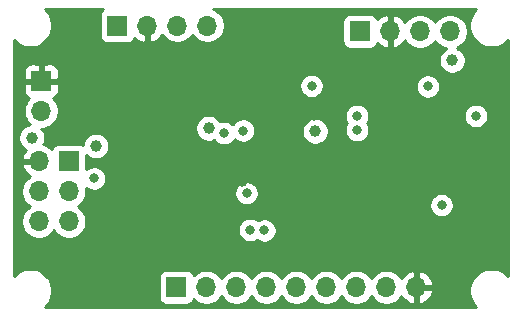
<source format=gbr>
G04 #@! TF.GenerationSoftware,KiCad,Pcbnew,(5.1.5)-3*
G04 #@! TF.CreationDate,2020-08-03T01:27:48-04:00*
G04 #@! TF.ProjectId,Arduino Clone,41726475-696e-46f2-9043-6c6f6e652e6b,rev?*
G04 #@! TF.SameCoordinates,Original*
G04 #@! TF.FileFunction,Copper,L3,Inr*
G04 #@! TF.FilePolarity,Positive*
%FSLAX46Y46*%
G04 Gerber Fmt 4.6, Leading zero omitted, Abs format (unit mm)*
G04 Created by KiCad (PCBNEW (5.1.5)-3) date 2020-08-03 01:27:48*
%MOMM*%
%LPD*%
G04 APERTURE LIST*
%ADD10O,1.700000X1.700000*%
%ADD11R,1.700000X1.700000*%
%ADD12C,1.000000*%
%ADD13C,0.800000*%
%ADD14C,0.254000*%
G04 APERTURE END LIST*
D10*
X174170000Y-104600000D03*
X171630000Y-104600000D03*
X169090000Y-104600000D03*
D11*
X166550000Y-104600000D03*
X139550000Y-108800000D03*
D10*
X139550000Y-111340000D03*
D11*
X141900000Y-115600000D03*
D10*
X139360000Y-115600000D03*
X141900000Y-118140000D03*
X139360000Y-118140000D03*
X141900000Y-120680000D03*
X139360000Y-120680000D03*
D11*
X146000000Y-104100000D03*
D10*
X148540000Y-104100000D03*
X151080000Y-104100000D03*
X153620000Y-104100000D03*
D11*
X151000000Y-126250000D03*
D10*
X153540000Y-126250000D03*
X156080000Y-126250000D03*
X158620000Y-126250000D03*
X161160000Y-126250000D03*
X163700000Y-126250000D03*
X166240000Y-126250000D03*
X168780000Y-126250000D03*
X171320000Y-126250000D03*
D12*
X169500000Y-119250000D03*
X173300000Y-116800000D03*
X176600000Y-109250000D03*
X172650000Y-111750000D03*
X166600000Y-109250000D03*
X162650000Y-111700000D03*
X162750000Y-113050000D03*
X156900000Y-115900000D03*
X151350000Y-115050000D03*
X157800000Y-109050000D03*
X156600000Y-117250000D03*
X151350000Y-116600000D03*
D13*
X156950000Y-118300000D03*
X166300000Y-112950000D03*
X166300000Y-111750000D03*
X176350000Y-111750000D03*
X155050000Y-113200000D03*
X156650000Y-113000000D03*
X162450000Y-109200000D03*
X172300000Y-109250000D03*
D12*
X144200000Y-114300000D03*
X138750000Y-113600000D03*
D13*
X158450000Y-121450000D03*
X157250000Y-121400000D03*
X144050000Y-117050000D03*
D12*
X174350000Y-107050000D03*
D13*
X173450000Y-119300000D03*
D12*
X153750000Y-112800000D03*
D14*
G36*
X144795506Y-102719463D02*
G01*
X144698815Y-102798815D01*
X144619463Y-102895506D01*
X144560498Y-103005820D01*
X144524188Y-103125518D01*
X144511928Y-103250000D01*
X144511928Y-104950000D01*
X144524188Y-105074482D01*
X144560498Y-105194180D01*
X144619463Y-105304494D01*
X144698815Y-105401185D01*
X144795506Y-105480537D01*
X144905820Y-105539502D01*
X145025518Y-105575812D01*
X145150000Y-105588072D01*
X146850000Y-105588072D01*
X146974482Y-105575812D01*
X147094180Y-105539502D01*
X147204494Y-105480537D01*
X147301185Y-105401185D01*
X147380537Y-105304494D01*
X147439502Y-105194180D01*
X147463966Y-105113534D01*
X147539731Y-105197588D01*
X147773080Y-105371641D01*
X148035901Y-105496825D01*
X148183110Y-105541476D01*
X148413000Y-105420155D01*
X148413000Y-104227000D01*
X148393000Y-104227000D01*
X148393000Y-103973000D01*
X148413000Y-103973000D01*
X148413000Y-103953000D01*
X148667000Y-103953000D01*
X148667000Y-103973000D01*
X148687000Y-103973000D01*
X148687000Y-104227000D01*
X148667000Y-104227000D01*
X148667000Y-105420155D01*
X148896890Y-105541476D01*
X149044099Y-105496825D01*
X149306920Y-105371641D01*
X149540269Y-105197588D01*
X149735178Y-104981355D01*
X149804805Y-104864466D01*
X149926525Y-105046632D01*
X150133368Y-105253475D01*
X150376589Y-105415990D01*
X150646842Y-105527932D01*
X150933740Y-105585000D01*
X151226260Y-105585000D01*
X151513158Y-105527932D01*
X151783411Y-105415990D01*
X152026632Y-105253475D01*
X152233475Y-105046632D01*
X152350000Y-104872240D01*
X152466525Y-105046632D01*
X152673368Y-105253475D01*
X152916589Y-105415990D01*
X153186842Y-105527932D01*
X153473740Y-105585000D01*
X153766260Y-105585000D01*
X154053158Y-105527932D01*
X154323411Y-105415990D01*
X154566632Y-105253475D01*
X154773475Y-105046632D01*
X154935990Y-104803411D01*
X155047932Y-104533158D01*
X155105000Y-104246260D01*
X155105000Y-103953740D01*
X155064474Y-103750000D01*
X165061928Y-103750000D01*
X165061928Y-105450000D01*
X165074188Y-105574482D01*
X165110498Y-105694180D01*
X165169463Y-105804494D01*
X165248815Y-105901185D01*
X165345506Y-105980537D01*
X165455820Y-106039502D01*
X165575518Y-106075812D01*
X165700000Y-106088072D01*
X167400000Y-106088072D01*
X167524482Y-106075812D01*
X167644180Y-106039502D01*
X167754494Y-105980537D01*
X167851185Y-105901185D01*
X167930537Y-105804494D01*
X167989502Y-105694180D01*
X168013966Y-105613534D01*
X168089731Y-105697588D01*
X168323080Y-105871641D01*
X168585901Y-105996825D01*
X168733110Y-106041476D01*
X168963000Y-105920155D01*
X168963000Y-104727000D01*
X168943000Y-104727000D01*
X168943000Y-104473000D01*
X168963000Y-104473000D01*
X168963000Y-103279845D01*
X169217000Y-103279845D01*
X169217000Y-104473000D01*
X169237000Y-104473000D01*
X169237000Y-104727000D01*
X169217000Y-104727000D01*
X169217000Y-105920155D01*
X169446890Y-106041476D01*
X169594099Y-105996825D01*
X169856920Y-105871641D01*
X170090269Y-105697588D01*
X170285178Y-105481355D01*
X170354805Y-105364466D01*
X170476525Y-105546632D01*
X170683368Y-105753475D01*
X170926589Y-105915990D01*
X171196842Y-106027932D01*
X171483740Y-106085000D01*
X171776260Y-106085000D01*
X172063158Y-106027932D01*
X172333411Y-105915990D01*
X172576632Y-105753475D01*
X172783475Y-105546632D01*
X172900000Y-105372240D01*
X173016525Y-105546632D01*
X173223368Y-105753475D01*
X173466589Y-105915990D01*
X173736842Y-106027932D01*
X173814365Y-106043352D01*
X173812376Y-106044176D01*
X173626480Y-106168388D01*
X173468388Y-106326480D01*
X173344176Y-106512376D01*
X173258617Y-106718933D01*
X173215000Y-106938212D01*
X173215000Y-107161788D01*
X173258617Y-107381067D01*
X173344176Y-107587624D01*
X173468388Y-107773520D01*
X173626480Y-107931612D01*
X173812376Y-108055824D01*
X174018933Y-108141383D01*
X174238212Y-108185000D01*
X174461788Y-108185000D01*
X174681067Y-108141383D01*
X174887624Y-108055824D01*
X175073520Y-107931612D01*
X175231612Y-107773520D01*
X175355824Y-107587624D01*
X175441383Y-107381067D01*
X175485000Y-107161788D01*
X175485000Y-106938212D01*
X175441383Y-106718933D01*
X175355824Y-106512376D01*
X175231612Y-106326480D01*
X175073520Y-106168388D01*
X174887624Y-106044176D01*
X174725783Y-105977139D01*
X174873411Y-105915990D01*
X175116632Y-105753475D01*
X175323475Y-105546632D01*
X175485990Y-105303411D01*
X175597932Y-105033158D01*
X175655000Y-104746260D01*
X175655000Y-104453740D01*
X175597932Y-104166842D01*
X175485990Y-103896589D01*
X175323475Y-103653368D01*
X175116632Y-103446525D01*
X174873411Y-103284010D01*
X174603158Y-103172068D01*
X174316260Y-103115000D01*
X174023740Y-103115000D01*
X173736842Y-103172068D01*
X173466589Y-103284010D01*
X173223368Y-103446525D01*
X173016525Y-103653368D01*
X172900000Y-103827760D01*
X172783475Y-103653368D01*
X172576632Y-103446525D01*
X172333411Y-103284010D01*
X172063158Y-103172068D01*
X171776260Y-103115000D01*
X171483740Y-103115000D01*
X171196842Y-103172068D01*
X170926589Y-103284010D01*
X170683368Y-103446525D01*
X170476525Y-103653368D01*
X170354805Y-103835534D01*
X170285178Y-103718645D01*
X170090269Y-103502412D01*
X169856920Y-103328359D01*
X169594099Y-103203175D01*
X169446890Y-103158524D01*
X169217000Y-103279845D01*
X168963000Y-103279845D01*
X168733110Y-103158524D01*
X168585901Y-103203175D01*
X168323080Y-103328359D01*
X168089731Y-103502412D01*
X168013966Y-103586466D01*
X167989502Y-103505820D01*
X167930537Y-103395506D01*
X167851185Y-103298815D01*
X167754494Y-103219463D01*
X167644180Y-103160498D01*
X167524482Y-103124188D01*
X167400000Y-103111928D01*
X165700000Y-103111928D01*
X165575518Y-103124188D01*
X165455820Y-103160498D01*
X165345506Y-103219463D01*
X165248815Y-103298815D01*
X165169463Y-103395506D01*
X165110498Y-103505820D01*
X165074188Y-103625518D01*
X165061928Y-103750000D01*
X155064474Y-103750000D01*
X155047932Y-103666842D01*
X154935990Y-103396589D01*
X154773475Y-103153368D01*
X154566632Y-102946525D01*
X154323411Y-102784010D01*
X154131456Y-102704500D01*
X176389933Y-102704500D01*
X176214716Y-102879717D01*
X176009256Y-103187210D01*
X175867732Y-103528878D01*
X175795584Y-103891591D01*
X175795584Y-104261409D01*
X175867732Y-104624122D01*
X176009256Y-104965790D01*
X176214716Y-105273283D01*
X176476217Y-105534784D01*
X176783710Y-105740244D01*
X177125378Y-105881768D01*
X177488091Y-105953916D01*
X177857909Y-105953916D01*
X178220622Y-105881768D01*
X178562290Y-105740244D01*
X178869783Y-105534784D01*
X179045001Y-105359566D01*
X179045000Y-125272433D01*
X178869783Y-125097216D01*
X178562290Y-124891756D01*
X178220622Y-124750232D01*
X177857909Y-124678084D01*
X177488091Y-124678084D01*
X177125378Y-124750232D01*
X176783710Y-124891756D01*
X176476217Y-125097216D01*
X176214716Y-125358717D01*
X176009256Y-125666210D01*
X175867732Y-126007878D01*
X175795584Y-126370591D01*
X175795584Y-126740409D01*
X175867732Y-127103122D01*
X176009256Y-127444790D01*
X176214716Y-127752283D01*
X176389933Y-127927500D01*
X139903567Y-127927500D01*
X140078784Y-127752283D01*
X140284244Y-127444790D01*
X140425768Y-127103122D01*
X140497916Y-126740409D01*
X140497916Y-126370591D01*
X140425768Y-126007878D01*
X140284244Y-125666210D01*
X140106369Y-125400000D01*
X149511928Y-125400000D01*
X149511928Y-127100000D01*
X149524188Y-127224482D01*
X149560498Y-127344180D01*
X149619463Y-127454494D01*
X149698815Y-127551185D01*
X149795506Y-127630537D01*
X149905820Y-127689502D01*
X150025518Y-127725812D01*
X150150000Y-127738072D01*
X151850000Y-127738072D01*
X151974482Y-127725812D01*
X152094180Y-127689502D01*
X152204494Y-127630537D01*
X152301185Y-127551185D01*
X152380537Y-127454494D01*
X152439502Y-127344180D01*
X152461513Y-127271620D01*
X152593368Y-127403475D01*
X152836589Y-127565990D01*
X153106842Y-127677932D01*
X153393740Y-127735000D01*
X153686260Y-127735000D01*
X153973158Y-127677932D01*
X154243411Y-127565990D01*
X154486632Y-127403475D01*
X154693475Y-127196632D01*
X154810000Y-127022240D01*
X154926525Y-127196632D01*
X155133368Y-127403475D01*
X155376589Y-127565990D01*
X155646842Y-127677932D01*
X155933740Y-127735000D01*
X156226260Y-127735000D01*
X156513158Y-127677932D01*
X156783411Y-127565990D01*
X157026632Y-127403475D01*
X157233475Y-127196632D01*
X157350000Y-127022240D01*
X157466525Y-127196632D01*
X157673368Y-127403475D01*
X157916589Y-127565990D01*
X158186842Y-127677932D01*
X158473740Y-127735000D01*
X158766260Y-127735000D01*
X159053158Y-127677932D01*
X159323411Y-127565990D01*
X159566632Y-127403475D01*
X159773475Y-127196632D01*
X159890000Y-127022240D01*
X160006525Y-127196632D01*
X160213368Y-127403475D01*
X160456589Y-127565990D01*
X160726842Y-127677932D01*
X161013740Y-127735000D01*
X161306260Y-127735000D01*
X161593158Y-127677932D01*
X161863411Y-127565990D01*
X162106632Y-127403475D01*
X162313475Y-127196632D01*
X162430000Y-127022240D01*
X162546525Y-127196632D01*
X162753368Y-127403475D01*
X162996589Y-127565990D01*
X163266842Y-127677932D01*
X163553740Y-127735000D01*
X163846260Y-127735000D01*
X164133158Y-127677932D01*
X164403411Y-127565990D01*
X164646632Y-127403475D01*
X164853475Y-127196632D01*
X164970000Y-127022240D01*
X165086525Y-127196632D01*
X165293368Y-127403475D01*
X165536589Y-127565990D01*
X165806842Y-127677932D01*
X166093740Y-127735000D01*
X166386260Y-127735000D01*
X166673158Y-127677932D01*
X166943411Y-127565990D01*
X167186632Y-127403475D01*
X167393475Y-127196632D01*
X167510000Y-127022240D01*
X167626525Y-127196632D01*
X167833368Y-127403475D01*
X168076589Y-127565990D01*
X168346842Y-127677932D01*
X168633740Y-127735000D01*
X168926260Y-127735000D01*
X169213158Y-127677932D01*
X169483411Y-127565990D01*
X169726632Y-127403475D01*
X169933475Y-127196632D01*
X170055195Y-127014466D01*
X170124822Y-127131355D01*
X170319731Y-127347588D01*
X170553080Y-127521641D01*
X170815901Y-127646825D01*
X170963110Y-127691476D01*
X171193000Y-127570155D01*
X171193000Y-126377000D01*
X171447000Y-126377000D01*
X171447000Y-127570155D01*
X171676890Y-127691476D01*
X171824099Y-127646825D01*
X172086920Y-127521641D01*
X172320269Y-127347588D01*
X172515178Y-127131355D01*
X172664157Y-126881252D01*
X172761481Y-126606891D01*
X172640814Y-126377000D01*
X171447000Y-126377000D01*
X171193000Y-126377000D01*
X171173000Y-126377000D01*
X171173000Y-126123000D01*
X171193000Y-126123000D01*
X171193000Y-124929845D01*
X171447000Y-124929845D01*
X171447000Y-126123000D01*
X172640814Y-126123000D01*
X172761481Y-125893109D01*
X172664157Y-125618748D01*
X172515178Y-125368645D01*
X172320269Y-125152412D01*
X172086920Y-124978359D01*
X171824099Y-124853175D01*
X171676890Y-124808524D01*
X171447000Y-124929845D01*
X171193000Y-124929845D01*
X170963110Y-124808524D01*
X170815901Y-124853175D01*
X170553080Y-124978359D01*
X170319731Y-125152412D01*
X170124822Y-125368645D01*
X170055195Y-125485534D01*
X169933475Y-125303368D01*
X169726632Y-125096525D01*
X169483411Y-124934010D01*
X169213158Y-124822068D01*
X168926260Y-124765000D01*
X168633740Y-124765000D01*
X168346842Y-124822068D01*
X168076589Y-124934010D01*
X167833368Y-125096525D01*
X167626525Y-125303368D01*
X167510000Y-125477760D01*
X167393475Y-125303368D01*
X167186632Y-125096525D01*
X166943411Y-124934010D01*
X166673158Y-124822068D01*
X166386260Y-124765000D01*
X166093740Y-124765000D01*
X165806842Y-124822068D01*
X165536589Y-124934010D01*
X165293368Y-125096525D01*
X165086525Y-125303368D01*
X164970000Y-125477760D01*
X164853475Y-125303368D01*
X164646632Y-125096525D01*
X164403411Y-124934010D01*
X164133158Y-124822068D01*
X163846260Y-124765000D01*
X163553740Y-124765000D01*
X163266842Y-124822068D01*
X162996589Y-124934010D01*
X162753368Y-125096525D01*
X162546525Y-125303368D01*
X162430000Y-125477760D01*
X162313475Y-125303368D01*
X162106632Y-125096525D01*
X161863411Y-124934010D01*
X161593158Y-124822068D01*
X161306260Y-124765000D01*
X161013740Y-124765000D01*
X160726842Y-124822068D01*
X160456589Y-124934010D01*
X160213368Y-125096525D01*
X160006525Y-125303368D01*
X159890000Y-125477760D01*
X159773475Y-125303368D01*
X159566632Y-125096525D01*
X159323411Y-124934010D01*
X159053158Y-124822068D01*
X158766260Y-124765000D01*
X158473740Y-124765000D01*
X158186842Y-124822068D01*
X157916589Y-124934010D01*
X157673368Y-125096525D01*
X157466525Y-125303368D01*
X157350000Y-125477760D01*
X157233475Y-125303368D01*
X157026632Y-125096525D01*
X156783411Y-124934010D01*
X156513158Y-124822068D01*
X156226260Y-124765000D01*
X155933740Y-124765000D01*
X155646842Y-124822068D01*
X155376589Y-124934010D01*
X155133368Y-125096525D01*
X154926525Y-125303368D01*
X154810000Y-125477760D01*
X154693475Y-125303368D01*
X154486632Y-125096525D01*
X154243411Y-124934010D01*
X153973158Y-124822068D01*
X153686260Y-124765000D01*
X153393740Y-124765000D01*
X153106842Y-124822068D01*
X152836589Y-124934010D01*
X152593368Y-125096525D01*
X152461513Y-125228380D01*
X152439502Y-125155820D01*
X152380537Y-125045506D01*
X152301185Y-124948815D01*
X152204494Y-124869463D01*
X152094180Y-124810498D01*
X151974482Y-124774188D01*
X151850000Y-124761928D01*
X150150000Y-124761928D01*
X150025518Y-124774188D01*
X149905820Y-124810498D01*
X149795506Y-124869463D01*
X149698815Y-124948815D01*
X149619463Y-125045506D01*
X149560498Y-125155820D01*
X149524188Y-125275518D01*
X149511928Y-125400000D01*
X140106369Y-125400000D01*
X140078784Y-125358717D01*
X139817283Y-125097216D01*
X139509790Y-124891756D01*
X139168122Y-124750232D01*
X138805409Y-124678084D01*
X138435591Y-124678084D01*
X138072878Y-124750232D01*
X137731210Y-124891756D01*
X137423717Y-125097216D01*
X137248500Y-125272433D01*
X137248500Y-113488212D01*
X137615000Y-113488212D01*
X137615000Y-113711788D01*
X137658617Y-113931067D01*
X137744176Y-114137624D01*
X137868388Y-114323520D01*
X138026480Y-114481612D01*
X138212376Y-114605824D01*
X138247130Y-114620220D01*
X138088359Y-114833080D01*
X137963175Y-115095901D01*
X137918524Y-115243110D01*
X138039845Y-115473000D01*
X139233000Y-115473000D01*
X139233000Y-115453000D01*
X139487000Y-115453000D01*
X139487000Y-115473000D01*
X139507000Y-115473000D01*
X139507000Y-115727000D01*
X139487000Y-115727000D01*
X139487000Y-115747000D01*
X139233000Y-115747000D01*
X139233000Y-115727000D01*
X138039845Y-115727000D01*
X137918524Y-115956890D01*
X137963175Y-116104099D01*
X138088359Y-116366920D01*
X138262412Y-116600269D01*
X138478645Y-116795178D01*
X138595534Y-116864805D01*
X138413368Y-116986525D01*
X138206525Y-117193368D01*
X138044010Y-117436589D01*
X137932068Y-117706842D01*
X137875000Y-117993740D01*
X137875000Y-118286260D01*
X137932068Y-118573158D01*
X138044010Y-118843411D01*
X138206525Y-119086632D01*
X138413368Y-119293475D01*
X138587760Y-119410000D01*
X138413368Y-119526525D01*
X138206525Y-119733368D01*
X138044010Y-119976589D01*
X137932068Y-120246842D01*
X137875000Y-120533740D01*
X137875000Y-120826260D01*
X137932068Y-121113158D01*
X138044010Y-121383411D01*
X138206525Y-121626632D01*
X138413368Y-121833475D01*
X138656589Y-121995990D01*
X138926842Y-122107932D01*
X139213740Y-122165000D01*
X139506260Y-122165000D01*
X139793158Y-122107932D01*
X140063411Y-121995990D01*
X140306632Y-121833475D01*
X140513475Y-121626632D01*
X140630000Y-121452240D01*
X140746525Y-121626632D01*
X140953368Y-121833475D01*
X141196589Y-121995990D01*
X141466842Y-122107932D01*
X141753740Y-122165000D01*
X142046260Y-122165000D01*
X142333158Y-122107932D01*
X142603411Y-121995990D01*
X142846632Y-121833475D01*
X143053475Y-121626632D01*
X143215990Y-121383411D01*
X143251342Y-121298061D01*
X156215000Y-121298061D01*
X156215000Y-121501939D01*
X156254774Y-121701898D01*
X156332795Y-121890256D01*
X156446063Y-122059774D01*
X156590226Y-122203937D01*
X156759744Y-122317205D01*
X156948102Y-122395226D01*
X157148061Y-122435000D01*
X157351939Y-122435000D01*
X157551898Y-122395226D01*
X157740256Y-122317205D01*
X157812585Y-122268877D01*
X157959744Y-122367205D01*
X158148102Y-122445226D01*
X158348061Y-122485000D01*
X158551939Y-122485000D01*
X158751898Y-122445226D01*
X158940256Y-122367205D01*
X159109774Y-122253937D01*
X159253937Y-122109774D01*
X159367205Y-121940256D01*
X159445226Y-121751898D01*
X159485000Y-121551939D01*
X159485000Y-121348061D01*
X159445226Y-121148102D01*
X159367205Y-120959744D01*
X159253937Y-120790226D01*
X159109774Y-120646063D01*
X158940256Y-120532795D01*
X158751898Y-120454774D01*
X158551939Y-120415000D01*
X158348061Y-120415000D01*
X158148102Y-120454774D01*
X157959744Y-120532795D01*
X157887415Y-120581123D01*
X157740256Y-120482795D01*
X157551898Y-120404774D01*
X157351939Y-120365000D01*
X157148061Y-120365000D01*
X156948102Y-120404774D01*
X156759744Y-120482795D01*
X156590226Y-120596063D01*
X156446063Y-120740226D01*
X156332795Y-120909744D01*
X156254774Y-121098102D01*
X156215000Y-121298061D01*
X143251342Y-121298061D01*
X143327932Y-121113158D01*
X143385000Y-120826260D01*
X143385000Y-120533740D01*
X143327932Y-120246842D01*
X143215990Y-119976589D01*
X143053475Y-119733368D01*
X142846632Y-119526525D01*
X142672240Y-119410000D01*
X142846632Y-119293475D01*
X143053475Y-119086632D01*
X143215990Y-118843411D01*
X143327932Y-118573158D01*
X143385000Y-118286260D01*
X143385000Y-118198061D01*
X155915000Y-118198061D01*
X155915000Y-118401939D01*
X155954774Y-118601898D01*
X156032795Y-118790256D01*
X156146063Y-118959774D01*
X156290226Y-119103937D01*
X156459744Y-119217205D01*
X156648102Y-119295226D01*
X156848061Y-119335000D01*
X157051939Y-119335000D01*
X157251898Y-119295226D01*
X157440256Y-119217205D01*
X157468907Y-119198061D01*
X172415000Y-119198061D01*
X172415000Y-119401939D01*
X172454774Y-119601898D01*
X172532795Y-119790256D01*
X172646063Y-119959774D01*
X172790226Y-120103937D01*
X172959744Y-120217205D01*
X173148102Y-120295226D01*
X173348061Y-120335000D01*
X173551939Y-120335000D01*
X173751898Y-120295226D01*
X173940256Y-120217205D01*
X174109774Y-120103937D01*
X174253937Y-119959774D01*
X174367205Y-119790256D01*
X174445226Y-119601898D01*
X174485000Y-119401939D01*
X174485000Y-119198061D01*
X174445226Y-118998102D01*
X174367205Y-118809744D01*
X174253937Y-118640226D01*
X174109774Y-118496063D01*
X173940256Y-118382795D01*
X173751898Y-118304774D01*
X173551939Y-118265000D01*
X173348061Y-118265000D01*
X173148102Y-118304774D01*
X172959744Y-118382795D01*
X172790226Y-118496063D01*
X172646063Y-118640226D01*
X172532795Y-118809744D01*
X172454774Y-118998102D01*
X172415000Y-119198061D01*
X157468907Y-119198061D01*
X157609774Y-119103937D01*
X157753937Y-118959774D01*
X157867205Y-118790256D01*
X157945226Y-118601898D01*
X157985000Y-118401939D01*
X157985000Y-118198061D01*
X157945226Y-117998102D01*
X157867205Y-117809744D01*
X157753937Y-117640226D01*
X157609774Y-117496063D01*
X157440256Y-117382795D01*
X157251898Y-117304774D01*
X157051939Y-117265000D01*
X156848061Y-117265000D01*
X156648102Y-117304774D01*
X156459744Y-117382795D01*
X156290226Y-117496063D01*
X156146063Y-117640226D01*
X156032795Y-117809744D01*
X155954774Y-117998102D01*
X155915000Y-118198061D01*
X143385000Y-118198061D01*
X143385000Y-117993740D01*
X143348989Y-117812700D01*
X143390226Y-117853937D01*
X143559744Y-117967205D01*
X143748102Y-118045226D01*
X143948061Y-118085000D01*
X144151939Y-118085000D01*
X144351898Y-118045226D01*
X144540256Y-117967205D01*
X144709774Y-117853937D01*
X144853937Y-117709774D01*
X144967205Y-117540256D01*
X145045226Y-117351898D01*
X145085000Y-117151939D01*
X145085000Y-116948061D01*
X145045226Y-116748102D01*
X144967205Y-116559744D01*
X144853937Y-116390226D01*
X144709774Y-116246063D01*
X144540256Y-116132795D01*
X144351898Y-116054774D01*
X144151939Y-116015000D01*
X143948061Y-116015000D01*
X143748102Y-116054774D01*
X143559744Y-116132795D01*
X143390226Y-116246063D01*
X143388072Y-116248217D01*
X143388072Y-115093204D01*
X143476480Y-115181612D01*
X143662376Y-115305824D01*
X143868933Y-115391383D01*
X144088212Y-115435000D01*
X144311788Y-115435000D01*
X144531067Y-115391383D01*
X144737624Y-115305824D01*
X144923520Y-115181612D01*
X145081612Y-115023520D01*
X145205824Y-114837624D01*
X145291383Y-114631067D01*
X145335000Y-114411788D01*
X145335000Y-114188212D01*
X145291383Y-113968933D01*
X145205824Y-113762376D01*
X145081612Y-113576480D01*
X144923520Y-113418388D01*
X144737624Y-113294176D01*
X144531067Y-113208617D01*
X144311788Y-113165000D01*
X144088212Y-113165000D01*
X143868933Y-113208617D01*
X143662376Y-113294176D01*
X143476480Y-113418388D01*
X143318388Y-113576480D01*
X143194176Y-113762376D01*
X143108617Y-113968933D01*
X143065000Y-114188212D01*
X143065000Y-114198353D01*
X142994180Y-114160498D01*
X142874482Y-114124188D01*
X142750000Y-114111928D01*
X141050000Y-114111928D01*
X140925518Y-114124188D01*
X140805820Y-114160498D01*
X140695506Y-114219463D01*
X140598815Y-114298815D01*
X140519463Y-114395506D01*
X140460498Y-114505820D01*
X140437502Y-114581626D01*
X140241355Y-114404822D01*
X139991252Y-114255843D01*
X139737078Y-114165680D01*
X139755824Y-114137624D01*
X139841383Y-113931067D01*
X139885000Y-113711788D01*
X139885000Y-113488212D01*
X139841383Y-113268933D01*
X139755824Y-113062376D01*
X139631612Y-112876480D01*
X139580132Y-112825000D01*
X139696260Y-112825000D01*
X139983158Y-112767932D01*
X140175619Y-112688212D01*
X152615000Y-112688212D01*
X152615000Y-112911788D01*
X152658617Y-113131067D01*
X152744176Y-113337624D01*
X152868388Y-113523520D01*
X153026480Y-113681612D01*
X153212376Y-113805824D01*
X153418933Y-113891383D01*
X153638212Y-113935000D01*
X153861788Y-113935000D01*
X154081067Y-113891383D01*
X154226838Y-113831002D01*
X154246063Y-113859774D01*
X154390226Y-114003937D01*
X154559744Y-114117205D01*
X154748102Y-114195226D01*
X154948061Y-114235000D01*
X155151939Y-114235000D01*
X155351898Y-114195226D01*
X155540256Y-114117205D01*
X155709774Y-114003937D01*
X155853937Y-113859774D01*
X155930892Y-113744603D01*
X155990226Y-113803937D01*
X156159744Y-113917205D01*
X156348102Y-113995226D01*
X156548061Y-114035000D01*
X156751939Y-114035000D01*
X156951898Y-113995226D01*
X157140256Y-113917205D01*
X157309774Y-113803937D01*
X157453937Y-113659774D01*
X157567205Y-113490256D01*
X157645226Y-113301898D01*
X157685000Y-113101939D01*
X157685000Y-112938212D01*
X161615000Y-112938212D01*
X161615000Y-113161788D01*
X161658617Y-113381067D01*
X161744176Y-113587624D01*
X161868388Y-113773520D01*
X162026480Y-113931612D01*
X162212376Y-114055824D01*
X162418933Y-114141383D01*
X162638212Y-114185000D01*
X162861788Y-114185000D01*
X163081067Y-114141383D01*
X163287624Y-114055824D01*
X163473520Y-113931612D01*
X163631612Y-113773520D01*
X163755824Y-113587624D01*
X163841383Y-113381067D01*
X163885000Y-113161788D01*
X163885000Y-112938212D01*
X163841383Y-112718933D01*
X163755824Y-112512376D01*
X163631612Y-112326480D01*
X163473520Y-112168388D01*
X163287624Y-112044176D01*
X163081067Y-111958617D01*
X162861788Y-111915000D01*
X162638212Y-111915000D01*
X162418933Y-111958617D01*
X162212376Y-112044176D01*
X162026480Y-112168388D01*
X161868388Y-112326480D01*
X161744176Y-112512376D01*
X161658617Y-112718933D01*
X161615000Y-112938212D01*
X157685000Y-112938212D01*
X157685000Y-112898061D01*
X157645226Y-112698102D01*
X157567205Y-112509744D01*
X157453937Y-112340226D01*
X157309774Y-112196063D01*
X157140256Y-112082795D01*
X156951898Y-112004774D01*
X156751939Y-111965000D01*
X156548061Y-111965000D01*
X156348102Y-112004774D01*
X156159744Y-112082795D01*
X155990226Y-112196063D01*
X155846063Y-112340226D01*
X155769108Y-112455397D01*
X155709774Y-112396063D01*
X155540256Y-112282795D01*
X155351898Y-112204774D01*
X155151939Y-112165000D01*
X154948061Y-112165000D01*
X154748102Y-112204774D01*
X154724005Y-112214755D01*
X154631612Y-112076480D01*
X154473520Y-111918388D01*
X154287624Y-111794176D01*
X154081067Y-111708617D01*
X153861788Y-111665000D01*
X153638212Y-111665000D01*
X153418933Y-111708617D01*
X153212376Y-111794176D01*
X153026480Y-111918388D01*
X152868388Y-112076480D01*
X152744176Y-112262376D01*
X152658617Y-112468933D01*
X152615000Y-112688212D01*
X140175619Y-112688212D01*
X140253411Y-112655990D01*
X140496632Y-112493475D01*
X140703475Y-112286632D01*
X140865990Y-112043411D01*
X140977932Y-111773158D01*
X141002815Y-111648061D01*
X165265000Y-111648061D01*
X165265000Y-111851939D01*
X165304774Y-112051898D01*
X165382795Y-112240256D01*
X165456123Y-112350000D01*
X165382795Y-112459744D01*
X165304774Y-112648102D01*
X165265000Y-112848061D01*
X165265000Y-113051939D01*
X165304774Y-113251898D01*
X165382795Y-113440256D01*
X165496063Y-113609774D01*
X165640226Y-113753937D01*
X165809744Y-113867205D01*
X165998102Y-113945226D01*
X166198061Y-113985000D01*
X166401939Y-113985000D01*
X166601898Y-113945226D01*
X166790256Y-113867205D01*
X166959774Y-113753937D01*
X167103937Y-113609774D01*
X167217205Y-113440256D01*
X167295226Y-113251898D01*
X167335000Y-113051939D01*
X167335000Y-112848061D01*
X167295226Y-112648102D01*
X167217205Y-112459744D01*
X167143877Y-112350000D01*
X167217205Y-112240256D01*
X167295226Y-112051898D01*
X167335000Y-111851939D01*
X167335000Y-111648061D01*
X175315000Y-111648061D01*
X175315000Y-111851939D01*
X175354774Y-112051898D01*
X175432795Y-112240256D01*
X175546063Y-112409774D01*
X175690226Y-112553937D01*
X175859744Y-112667205D01*
X176048102Y-112745226D01*
X176248061Y-112785000D01*
X176451939Y-112785000D01*
X176651898Y-112745226D01*
X176840256Y-112667205D01*
X177009774Y-112553937D01*
X177153937Y-112409774D01*
X177267205Y-112240256D01*
X177345226Y-112051898D01*
X177385000Y-111851939D01*
X177385000Y-111648061D01*
X177345226Y-111448102D01*
X177267205Y-111259744D01*
X177153937Y-111090226D01*
X177009774Y-110946063D01*
X176840256Y-110832795D01*
X176651898Y-110754774D01*
X176451939Y-110715000D01*
X176248061Y-110715000D01*
X176048102Y-110754774D01*
X175859744Y-110832795D01*
X175690226Y-110946063D01*
X175546063Y-111090226D01*
X175432795Y-111259744D01*
X175354774Y-111448102D01*
X175315000Y-111648061D01*
X167335000Y-111648061D01*
X167295226Y-111448102D01*
X167217205Y-111259744D01*
X167103937Y-111090226D01*
X166959774Y-110946063D01*
X166790256Y-110832795D01*
X166601898Y-110754774D01*
X166401939Y-110715000D01*
X166198061Y-110715000D01*
X165998102Y-110754774D01*
X165809744Y-110832795D01*
X165640226Y-110946063D01*
X165496063Y-111090226D01*
X165382795Y-111259744D01*
X165304774Y-111448102D01*
X165265000Y-111648061D01*
X141002815Y-111648061D01*
X141035000Y-111486260D01*
X141035000Y-111193740D01*
X140977932Y-110906842D01*
X140865990Y-110636589D01*
X140703475Y-110393368D01*
X140571620Y-110261513D01*
X140644180Y-110239502D01*
X140754494Y-110180537D01*
X140851185Y-110101185D01*
X140930537Y-110004494D01*
X140989502Y-109894180D01*
X141025812Y-109774482D01*
X141038072Y-109650000D01*
X141035068Y-109098061D01*
X161415000Y-109098061D01*
X161415000Y-109301939D01*
X161454774Y-109501898D01*
X161532795Y-109690256D01*
X161646063Y-109859774D01*
X161790226Y-110003937D01*
X161959744Y-110117205D01*
X162148102Y-110195226D01*
X162348061Y-110235000D01*
X162551939Y-110235000D01*
X162751898Y-110195226D01*
X162940256Y-110117205D01*
X163109774Y-110003937D01*
X163253937Y-109859774D01*
X163367205Y-109690256D01*
X163445226Y-109501898D01*
X163485000Y-109301939D01*
X163485000Y-109148061D01*
X171265000Y-109148061D01*
X171265000Y-109351939D01*
X171304774Y-109551898D01*
X171382795Y-109740256D01*
X171496063Y-109909774D01*
X171640226Y-110053937D01*
X171809744Y-110167205D01*
X171998102Y-110245226D01*
X172198061Y-110285000D01*
X172401939Y-110285000D01*
X172601898Y-110245226D01*
X172790256Y-110167205D01*
X172959774Y-110053937D01*
X173103937Y-109909774D01*
X173217205Y-109740256D01*
X173295226Y-109551898D01*
X173335000Y-109351939D01*
X173335000Y-109148061D01*
X173295226Y-108948102D01*
X173217205Y-108759744D01*
X173103937Y-108590226D01*
X172959774Y-108446063D01*
X172790256Y-108332795D01*
X172601898Y-108254774D01*
X172401939Y-108215000D01*
X172198061Y-108215000D01*
X171998102Y-108254774D01*
X171809744Y-108332795D01*
X171640226Y-108446063D01*
X171496063Y-108590226D01*
X171382795Y-108759744D01*
X171304774Y-108948102D01*
X171265000Y-109148061D01*
X163485000Y-109148061D01*
X163485000Y-109098061D01*
X163445226Y-108898102D01*
X163367205Y-108709744D01*
X163253937Y-108540226D01*
X163109774Y-108396063D01*
X162940256Y-108282795D01*
X162751898Y-108204774D01*
X162551939Y-108165000D01*
X162348061Y-108165000D01*
X162148102Y-108204774D01*
X161959744Y-108282795D01*
X161790226Y-108396063D01*
X161646063Y-108540226D01*
X161532795Y-108709744D01*
X161454774Y-108898102D01*
X161415000Y-109098061D01*
X141035068Y-109098061D01*
X141035000Y-109085750D01*
X140876250Y-108927000D01*
X139677000Y-108927000D01*
X139677000Y-108947000D01*
X139423000Y-108947000D01*
X139423000Y-108927000D01*
X138223750Y-108927000D01*
X138065000Y-109085750D01*
X138061928Y-109650000D01*
X138074188Y-109774482D01*
X138110498Y-109894180D01*
X138169463Y-110004494D01*
X138248815Y-110101185D01*
X138345506Y-110180537D01*
X138455820Y-110239502D01*
X138528380Y-110261513D01*
X138396525Y-110393368D01*
X138234010Y-110636589D01*
X138122068Y-110906842D01*
X138065000Y-111193740D01*
X138065000Y-111486260D01*
X138122068Y-111773158D01*
X138234010Y-112043411D01*
X138396525Y-112286632D01*
X138585398Y-112475505D01*
X138418933Y-112508617D01*
X138212376Y-112594176D01*
X138026480Y-112718388D01*
X137868388Y-112876480D01*
X137744176Y-113062376D01*
X137658617Y-113268933D01*
X137615000Y-113488212D01*
X137248500Y-113488212D01*
X137248500Y-107950000D01*
X138061928Y-107950000D01*
X138065000Y-108514250D01*
X138223750Y-108673000D01*
X139423000Y-108673000D01*
X139423000Y-107473750D01*
X139677000Y-107473750D01*
X139677000Y-108673000D01*
X140876250Y-108673000D01*
X141035000Y-108514250D01*
X141038072Y-107950000D01*
X141025812Y-107825518D01*
X140989502Y-107705820D01*
X140930537Y-107595506D01*
X140851185Y-107498815D01*
X140754494Y-107419463D01*
X140644180Y-107360498D01*
X140524482Y-107324188D01*
X140400000Y-107311928D01*
X139835750Y-107315000D01*
X139677000Y-107473750D01*
X139423000Y-107473750D01*
X139264250Y-107315000D01*
X138700000Y-107311928D01*
X138575518Y-107324188D01*
X138455820Y-107360498D01*
X138345506Y-107419463D01*
X138248815Y-107498815D01*
X138169463Y-107595506D01*
X138110498Y-107705820D01*
X138074188Y-107825518D01*
X138061928Y-107950000D01*
X137248500Y-107950000D01*
X137248500Y-105359567D01*
X137423717Y-105534784D01*
X137731210Y-105740244D01*
X138072878Y-105881768D01*
X138435591Y-105953916D01*
X138805409Y-105953916D01*
X139168122Y-105881768D01*
X139509790Y-105740244D01*
X139817283Y-105534784D01*
X140078784Y-105273283D01*
X140284244Y-104965790D01*
X140425768Y-104624122D01*
X140497916Y-104261409D01*
X140497916Y-103891591D01*
X140425768Y-103528878D01*
X140284244Y-103187210D01*
X140078784Y-102879717D01*
X139903567Y-102704500D01*
X144823499Y-102704500D01*
X144795506Y-102719463D01*
G37*
X144795506Y-102719463D02*
X144698815Y-102798815D01*
X144619463Y-102895506D01*
X144560498Y-103005820D01*
X144524188Y-103125518D01*
X144511928Y-103250000D01*
X144511928Y-104950000D01*
X144524188Y-105074482D01*
X144560498Y-105194180D01*
X144619463Y-105304494D01*
X144698815Y-105401185D01*
X144795506Y-105480537D01*
X144905820Y-105539502D01*
X145025518Y-105575812D01*
X145150000Y-105588072D01*
X146850000Y-105588072D01*
X146974482Y-105575812D01*
X147094180Y-105539502D01*
X147204494Y-105480537D01*
X147301185Y-105401185D01*
X147380537Y-105304494D01*
X147439502Y-105194180D01*
X147463966Y-105113534D01*
X147539731Y-105197588D01*
X147773080Y-105371641D01*
X148035901Y-105496825D01*
X148183110Y-105541476D01*
X148413000Y-105420155D01*
X148413000Y-104227000D01*
X148393000Y-104227000D01*
X148393000Y-103973000D01*
X148413000Y-103973000D01*
X148413000Y-103953000D01*
X148667000Y-103953000D01*
X148667000Y-103973000D01*
X148687000Y-103973000D01*
X148687000Y-104227000D01*
X148667000Y-104227000D01*
X148667000Y-105420155D01*
X148896890Y-105541476D01*
X149044099Y-105496825D01*
X149306920Y-105371641D01*
X149540269Y-105197588D01*
X149735178Y-104981355D01*
X149804805Y-104864466D01*
X149926525Y-105046632D01*
X150133368Y-105253475D01*
X150376589Y-105415990D01*
X150646842Y-105527932D01*
X150933740Y-105585000D01*
X151226260Y-105585000D01*
X151513158Y-105527932D01*
X151783411Y-105415990D01*
X152026632Y-105253475D01*
X152233475Y-105046632D01*
X152350000Y-104872240D01*
X152466525Y-105046632D01*
X152673368Y-105253475D01*
X152916589Y-105415990D01*
X153186842Y-105527932D01*
X153473740Y-105585000D01*
X153766260Y-105585000D01*
X154053158Y-105527932D01*
X154323411Y-105415990D01*
X154566632Y-105253475D01*
X154773475Y-105046632D01*
X154935990Y-104803411D01*
X155047932Y-104533158D01*
X155105000Y-104246260D01*
X155105000Y-103953740D01*
X155064474Y-103750000D01*
X165061928Y-103750000D01*
X165061928Y-105450000D01*
X165074188Y-105574482D01*
X165110498Y-105694180D01*
X165169463Y-105804494D01*
X165248815Y-105901185D01*
X165345506Y-105980537D01*
X165455820Y-106039502D01*
X165575518Y-106075812D01*
X165700000Y-106088072D01*
X167400000Y-106088072D01*
X167524482Y-106075812D01*
X167644180Y-106039502D01*
X167754494Y-105980537D01*
X167851185Y-105901185D01*
X167930537Y-105804494D01*
X167989502Y-105694180D01*
X168013966Y-105613534D01*
X168089731Y-105697588D01*
X168323080Y-105871641D01*
X168585901Y-105996825D01*
X168733110Y-106041476D01*
X168963000Y-105920155D01*
X168963000Y-104727000D01*
X168943000Y-104727000D01*
X168943000Y-104473000D01*
X168963000Y-104473000D01*
X168963000Y-103279845D01*
X169217000Y-103279845D01*
X169217000Y-104473000D01*
X169237000Y-104473000D01*
X169237000Y-104727000D01*
X169217000Y-104727000D01*
X169217000Y-105920155D01*
X169446890Y-106041476D01*
X169594099Y-105996825D01*
X169856920Y-105871641D01*
X170090269Y-105697588D01*
X170285178Y-105481355D01*
X170354805Y-105364466D01*
X170476525Y-105546632D01*
X170683368Y-105753475D01*
X170926589Y-105915990D01*
X171196842Y-106027932D01*
X171483740Y-106085000D01*
X171776260Y-106085000D01*
X172063158Y-106027932D01*
X172333411Y-105915990D01*
X172576632Y-105753475D01*
X172783475Y-105546632D01*
X172900000Y-105372240D01*
X173016525Y-105546632D01*
X173223368Y-105753475D01*
X173466589Y-105915990D01*
X173736842Y-106027932D01*
X173814365Y-106043352D01*
X173812376Y-106044176D01*
X173626480Y-106168388D01*
X173468388Y-106326480D01*
X173344176Y-106512376D01*
X173258617Y-106718933D01*
X173215000Y-106938212D01*
X173215000Y-107161788D01*
X173258617Y-107381067D01*
X173344176Y-107587624D01*
X173468388Y-107773520D01*
X173626480Y-107931612D01*
X173812376Y-108055824D01*
X174018933Y-108141383D01*
X174238212Y-108185000D01*
X174461788Y-108185000D01*
X174681067Y-108141383D01*
X174887624Y-108055824D01*
X175073520Y-107931612D01*
X175231612Y-107773520D01*
X175355824Y-107587624D01*
X175441383Y-107381067D01*
X175485000Y-107161788D01*
X175485000Y-106938212D01*
X175441383Y-106718933D01*
X175355824Y-106512376D01*
X175231612Y-106326480D01*
X175073520Y-106168388D01*
X174887624Y-106044176D01*
X174725783Y-105977139D01*
X174873411Y-105915990D01*
X175116632Y-105753475D01*
X175323475Y-105546632D01*
X175485990Y-105303411D01*
X175597932Y-105033158D01*
X175655000Y-104746260D01*
X175655000Y-104453740D01*
X175597932Y-104166842D01*
X175485990Y-103896589D01*
X175323475Y-103653368D01*
X175116632Y-103446525D01*
X174873411Y-103284010D01*
X174603158Y-103172068D01*
X174316260Y-103115000D01*
X174023740Y-103115000D01*
X173736842Y-103172068D01*
X173466589Y-103284010D01*
X173223368Y-103446525D01*
X173016525Y-103653368D01*
X172900000Y-103827760D01*
X172783475Y-103653368D01*
X172576632Y-103446525D01*
X172333411Y-103284010D01*
X172063158Y-103172068D01*
X171776260Y-103115000D01*
X171483740Y-103115000D01*
X171196842Y-103172068D01*
X170926589Y-103284010D01*
X170683368Y-103446525D01*
X170476525Y-103653368D01*
X170354805Y-103835534D01*
X170285178Y-103718645D01*
X170090269Y-103502412D01*
X169856920Y-103328359D01*
X169594099Y-103203175D01*
X169446890Y-103158524D01*
X169217000Y-103279845D01*
X168963000Y-103279845D01*
X168733110Y-103158524D01*
X168585901Y-103203175D01*
X168323080Y-103328359D01*
X168089731Y-103502412D01*
X168013966Y-103586466D01*
X167989502Y-103505820D01*
X167930537Y-103395506D01*
X167851185Y-103298815D01*
X167754494Y-103219463D01*
X167644180Y-103160498D01*
X167524482Y-103124188D01*
X167400000Y-103111928D01*
X165700000Y-103111928D01*
X165575518Y-103124188D01*
X165455820Y-103160498D01*
X165345506Y-103219463D01*
X165248815Y-103298815D01*
X165169463Y-103395506D01*
X165110498Y-103505820D01*
X165074188Y-103625518D01*
X165061928Y-103750000D01*
X155064474Y-103750000D01*
X155047932Y-103666842D01*
X154935990Y-103396589D01*
X154773475Y-103153368D01*
X154566632Y-102946525D01*
X154323411Y-102784010D01*
X154131456Y-102704500D01*
X176389933Y-102704500D01*
X176214716Y-102879717D01*
X176009256Y-103187210D01*
X175867732Y-103528878D01*
X175795584Y-103891591D01*
X175795584Y-104261409D01*
X175867732Y-104624122D01*
X176009256Y-104965790D01*
X176214716Y-105273283D01*
X176476217Y-105534784D01*
X176783710Y-105740244D01*
X177125378Y-105881768D01*
X177488091Y-105953916D01*
X177857909Y-105953916D01*
X178220622Y-105881768D01*
X178562290Y-105740244D01*
X178869783Y-105534784D01*
X179045001Y-105359566D01*
X179045000Y-125272433D01*
X178869783Y-125097216D01*
X178562290Y-124891756D01*
X178220622Y-124750232D01*
X177857909Y-124678084D01*
X177488091Y-124678084D01*
X177125378Y-124750232D01*
X176783710Y-124891756D01*
X176476217Y-125097216D01*
X176214716Y-125358717D01*
X176009256Y-125666210D01*
X175867732Y-126007878D01*
X175795584Y-126370591D01*
X175795584Y-126740409D01*
X175867732Y-127103122D01*
X176009256Y-127444790D01*
X176214716Y-127752283D01*
X176389933Y-127927500D01*
X139903567Y-127927500D01*
X140078784Y-127752283D01*
X140284244Y-127444790D01*
X140425768Y-127103122D01*
X140497916Y-126740409D01*
X140497916Y-126370591D01*
X140425768Y-126007878D01*
X140284244Y-125666210D01*
X140106369Y-125400000D01*
X149511928Y-125400000D01*
X149511928Y-127100000D01*
X149524188Y-127224482D01*
X149560498Y-127344180D01*
X149619463Y-127454494D01*
X149698815Y-127551185D01*
X149795506Y-127630537D01*
X149905820Y-127689502D01*
X150025518Y-127725812D01*
X150150000Y-127738072D01*
X151850000Y-127738072D01*
X151974482Y-127725812D01*
X152094180Y-127689502D01*
X152204494Y-127630537D01*
X152301185Y-127551185D01*
X152380537Y-127454494D01*
X152439502Y-127344180D01*
X152461513Y-127271620D01*
X152593368Y-127403475D01*
X152836589Y-127565990D01*
X153106842Y-127677932D01*
X153393740Y-127735000D01*
X153686260Y-127735000D01*
X153973158Y-127677932D01*
X154243411Y-127565990D01*
X154486632Y-127403475D01*
X154693475Y-127196632D01*
X154810000Y-127022240D01*
X154926525Y-127196632D01*
X155133368Y-127403475D01*
X155376589Y-127565990D01*
X155646842Y-127677932D01*
X155933740Y-127735000D01*
X156226260Y-127735000D01*
X156513158Y-127677932D01*
X156783411Y-127565990D01*
X157026632Y-127403475D01*
X157233475Y-127196632D01*
X157350000Y-127022240D01*
X157466525Y-127196632D01*
X157673368Y-127403475D01*
X157916589Y-127565990D01*
X158186842Y-127677932D01*
X158473740Y-127735000D01*
X158766260Y-127735000D01*
X159053158Y-127677932D01*
X159323411Y-127565990D01*
X159566632Y-127403475D01*
X159773475Y-127196632D01*
X159890000Y-127022240D01*
X160006525Y-127196632D01*
X160213368Y-127403475D01*
X160456589Y-127565990D01*
X160726842Y-127677932D01*
X161013740Y-127735000D01*
X161306260Y-127735000D01*
X161593158Y-127677932D01*
X161863411Y-127565990D01*
X162106632Y-127403475D01*
X162313475Y-127196632D01*
X162430000Y-127022240D01*
X162546525Y-127196632D01*
X162753368Y-127403475D01*
X162996589Y-127565990D01*
X163266842Y-127677932D01*
X163553740Y-127735000D01*
X163846260Y-127735000D01*
X164133158Y-127677932D01*
X164403411Y-127565990D01*
X164646632Y-127403475D01*
X164853475Y-127196632D01*
X164970000Y-127022240D01*
X165086525Y-127196632D01*
X165293368Y-127403475D01*
X165536589Y-127565990D01*
X165806842Y-127677932D01*
X166093740Y-127735000D01*
X166386260Y-127735000D01*
X166673158Y-127677932D01*
X166943411Y-127565990D01*
X167186632Y-127403475D01*
X167393475Y-127196632D01*
X167510000Y-127022240D01*
X167626525Y-127196632D01*
X167833368Y-127403475D01*
X168076589Y-127565990D01*
X168346842Y-127677932D01*
X168633740Y-127735000D01*
X168926260Y-127735000D01*
X169213158Y-127677932D01*
X169483411Y-127565990D01*
X169726632Y-127403475D01*
X169933475Y-127196632D01*
X170055195Y-127014466D01*
X170124822Y-127131355D01*
X170319731Y-127347588D01*
X170553080Y-127521641D01*
X170815901Y-127646825D01*
X170963110Y-127691476D01*
X171193000Y-127570155D01*
X171193000Y-126377000D01*
X171447000Y-126377000D01*
X171447000Y-127570155D01*
X171676890Y-127691476D01*
X171824099Y-127646825D01*
X172086920Y-127521641D01*
X172320269Y-127347588D01*
X172515178Y-127131355D01*
X172664157Y-126881252D01*
X172761481Y-126606891D01*
X172640814Y-126377000D01*
X171447000Y-126377000D01*
X171193000Y-126377000D01*
X171173000Y-126377000D01*
X171173000Y-126123000D01*
X171193000Y-126123000D01*
X171193000Y-124929845D01*
X171447000Y-124929845D01*
X171447000Y-126123000D01*
X172640814Y-126123000D01*
X172761481Y-125893109D01*
X172664157Y-125618748D01*
X172515178Y-125368645D01*
X172320269Y-125152412D01*
X172086920Y-124978359D01*
X171824099Y-124853175D01*
X171676890Y-124808524D01*
X171447000Y-124929845D01*
X171193000Y-124929845D01*
X170963110Y-124808524D01*
X170815901Y-124853175D01*
X170553080Y-124978359D01*
X170319731Y-125152412D01*
X170124822Y-125368645D01*
X170055195Y-125485534D01*
X169933475Y-125303368D01*
X169726632Y-125096525D01*
X169483411Y-124934010D01*
X169213158Y-124822068D01*
X168926260Y-124765000D01*
X168633740Y-124765000D01*
X168346842Y-124822068D01*
X168076589Y-124934010D01*
X167833368Y-125096525D01*
X167626525Y-125303368D01*
X167510000Y-125477760D01*
X167393475Y-125303368D01*
X167186632Y-125096525D01*
X166943411Y-124934010D01*
X166673158Y-124822068D01*
X166386260Y-124765000D01*
X166093740Y-124765000D01*
X165806842Y-124822068D01*
X165536589Y-124934010D01*
X165293368Y-125096525D01*
X165086525Y-125303368D01*
X164970000Y-125477760D01*
X164853475Y-125303368D01*
X164646632Y-125096525D01*
X164403411Y-124934010D01*
X164133158Y-124822068D01*
X163846260Y-124765000D01*
X163553740Y-124765000D01*
X163266842Y-124822068D01*
X162996589Y-124934010D01*
X162753368Y-125096525D01*
X162546525Y-125303368D01*
X162430000Y-125477760D01*
X162313475Y-125303368D01*
X162106632Y-125096525D01*
X161863411Y-124934010D01*
X161593158Y-124822068D01*
X161306260Y-124765000D01*
X161013740Y-124765000D01*
X160726842Y-124822068D01*
X160456589Y-124934010D01*
X160213368Y-125096525D01*
X160006525Y-125303368D01*
X159890000Y-125477760D01*
X159773475Y-125303368D01*
X159566632Y-125096525D01*
X159323411Y-124934010D01*
X159053158Y-124822068D01*
X158766260Y-124765000D01*
X158473740Y-124765000D01*
X158186842Y-124822068D01*
X157916589Y-124934010D01*
X157673368Y-125096525D01*
X157466525Y-125303368D01*
X157350000Y-125477760D01*
X157233475Y-125303368D01*
X157026632Y-125096525D01*
X156783411Y-124934010D01*
X156513158Y-124822068D01*
X156226260Y-124765000D01*
X155933740Y-124765000D01*
X155646842Y-124822068D01*
X155376589Y-124934010D01*
X155133368Y-125096525D01*
X154926525Y-125303368D01*
X154810000Y-125477760D01*
X154693475Y-125303368D01*
X154486632Y-125096525D01*
X154243411Y-124934010D01*
X153973158Y-124822068D01*
X153686260Y-124765000D01*
X153393740Y-124765000D01*
X153106842Y-124822068D01*
X152836589Y-124934010D01*
X152593368Y-125096525D01*
X152461513Y-125228380D01*
X152439502Y-125155820D01*
X152380537Y-125045506D01*
X152301185Y-124948815D01*
X152204494Y-124869463D01*
X152094180Y-124810498D01*
X151974482Y-124774188D01*
X151850000Y-124761928D01*
X150150000Y-124761928D01*
X150025518Y-124774188D01*
X149905820Y-124810498D01*
X149795506Y-124869463D01*
X149698815Y-124948815D01*
X149619463Y-125045506D01*
X149560498Y-125155820D01*
X149524188Y-125275518D01*
X149511928Y-125400000D01*
X140106369Y-125400000D01*
X140078784Y-125358717D01*
X139817283Y-125097216D01*
X139509790Y-124891756D01*
X139168122Y-124750232D01*
X138805409Y-124678084D01*
X138435591Y-124678084D01*
X138072878Y-124750232D01*
X137731210Y-124891756D01*
X137423717Y-125097216D01*
X137248500Y-125272433D01*
X137248500Y-113488212D01*
X137615000Y-113488212D01*
X137615000Y-113711788D01*
X137658617Y-113931067D01*
X137744176Y-114137624D01*
X137868388Y-114323520D01*
X138026480Y-114481612D01*
X138212376Y-114605824D01*
X138247130Y-114620220D01*
X138088359Y-114833080D01*
X137963175Y-115095901D01*
X137918524Y-115243110D01*
X138039845Y-115473000D01*
X139233000Y-115473000D01*
X139233000Y-115453000D01*
X139487000Y-115453000D01*
X139487000Y-115473000D01*
X139507000Y-115473000D01*
X139507000Y-115727000D01*
X139487000Y-115727000D01*
X139487000Y-115747000D01*
X139233000Y-115747000D01*
X139233000Y-115727000D01*
X138039845Y-115727000D01*
X137918524Y-115956890D01*
X137963175Y-116104099D01*
X138088359Y-116366920D01*
X138262412Y-116600269D01*
X138478645Y-116795178D01*
X138595534Y-116864805D01*
X138413368Y-116986525D01*
X138206525Y-117193368D01*
X138044010Y-117436589D01*
X137932068Y-117706842D01*
X137875000Y-117993740D01*
X137875000Y-118286260D01*
X137932068Y-118573158D01*
X138044010Y-118843411D01*
X138206525Y-119086632D01*
X138413368Y-119293475D01*
X138587760Y-119410000D01*
X138413368Y-119526525D01*
X138206525Y-119733368D01*
X138044010Y-119976589D01*
X137932068Y-120246842D01*
X137875000Y-120533740D01*
X137875000Y-120826260D01*
X137932068Y-121113158D01*
X138044010Y-121383411D01*
X138206525Y-121626632D01*
X138413368Y-121833475D01*
X138656589Y-121995990D01*
X138926842Y-122107932D01*
X139213740Y-122165000D01*
X139506260Y-122165000D01*
X139793158Y-122107932D01*
X140063411Y-121995990D01*
X140306632Y-121833475D01*
X140513475Y-121626632D01*
X140630000Y-121452240D01*
X140746525Y-121626632D01*
X140953368Y-121833475D01*
X141196589Y-121995990D01*
X141466842Y-122107932D01*
X141753740Y-122165000D01*
X142046260Y-122165000D01*
X142333158Y-122107932D01*
X142603411Y-121995990D01*
X142846632Y-121833475D01*
X143053475Y-121626632D01*
X143215990Y-121383411D01*
X143251342Y-121298061D01*
X156215000Y-121298061D01*
X156215000Y-121501939D01*
X156254774Y-121701898D01*
X156332795Y-121890256D01*
X156446063Y-122059774D01*
X156590226Y-122203937D01*
X156759744Y-122317205D01*
X156948102Y-122395226D01*
X157148061Y-122435000D01*
X157351939Y-122435000D01*
X157551898Y-122395226D01*
X157740256Y-122317205D01*
X157812585Y-122268877D01*
X157959744Y-122367205D01*
X158148102Y-122445226D01*
X158348061Y-122485000D01*
X158551939Y-122485000D01*
X158751898Y-122445226D01*
X158940256Y-122367205D01*
X159109774Y-122253937D01*
X159253937Y-122109774D01*
X159367205Y-121940256D01*
X159445226Y-121751898D01*
X159485000Y-121551939D01*
X159485000Y-121348061D01*
X159445226Y-121148102D01*
X159367205Y-120959744D01*
X159253937Y-120790226D01*
X159109774Y-120646063D01*
X158940256Y-120532795D01*
X158751898Y-120454774D01*
X158551939Y-120415000D01*
X158348061Y-120415000D01*
X158148102Y-120454774D01*
X157959744Y-120532795D01*
X157887415Y-120581123D01*
X157740256Y-120482795D01*
X157551898Y-120404774D01*
X157351939Y-120365000D01*
X157148061Y-120365000D01*
X156948102Y-120404774D01*
X156759744Y-120482795D01*
X156590226Y-120596063D01*
X156446063Y-120740226D01*
X156332795Y-120909744D01*
X156254774Y-121098102D01*
X156215000Y-121298061D01*
X143251342Y-121298061D01*
X143327932Y-121113158D01*
X143385000Y-120826260D01*
X143385000Y-120533740D01*
X143327932Y-120246842D01*
X143215990Y-119976589D01*
X143053475Y-119733368D01*
X142846632Y-119526525D01*
X142672240Y-119410000D01*
X142846632Y-119293475D01*
X143053475Y-119086632D01*
X143215990Y-118843411D01*
X143327932Y-118573158D01*
X143385000Y-118286260D01*
X143385000Y-118198061D01*
X155915000Y-118198061D01*
X155915000Y-118401939D01*
X155954774Y-118601898D01*
X156032795Y-118790256D01*
X156146063Y-118959774D01*
X156290226Y-119103937D01*
X156459744Y-119217205D01*
X156648102Y-119295226D01*
X156848061Y-119335000D01*
X157051939Y-119335000D01*
X157251898Y-119295226D01*
X157440256Y-119217205D01*
X157468907Y-119198061D01*
X172415000Y-119198061D01*
X172415000Y-119401939D01*
X172454774Y-119601898D01*
X172532795Y-119790256D01*
X172646063Y-119959774D01*
X172790226Y-120103937D01*
X172959744Y-120217205D01*
X173148102Y-120295226D01*
X173348061Y-120335000D01*
X173551939Y-120335000D01*
X173751898Y-120295226D01*
X173940256Y-120217205D01*
X174109774Y-120103937D01*
X174253937Y-119959774D01*
X174367205Y-119790256D01*
X174445226Y-119601898D01*
X174485000Y-119401939D01*
X174485000Y-119198061D01*
X174445226Y-118998102D01*
X174367205Y-118809744D01*
X174253937Y-118640226D01*
X174109774Y-118496063D01*
X173940256Y-118382795D01*
X173751898Y-118304774D01*
X173551939Y-118265000D01*
X173348061Y-118265000D01*
X173148102Y-118304774D01*
X172959744Y-118382795D01*
X172790226Y-118496063D01*
X172646063Y-118640226D01*
X172532795Y-118809744D01*
X172454774Y-118998102D01*
X172415000Y-119198061D01*
X157468907Y-119198061D01*
X157609774Y-119103937D01*
X157753937Y-118959774D01*
X157867205Y-118790256D01*
X157945226Y-118601898D01*
X157985000Y-118401939D01*
X157985000Y-118198061D01*
X157945226Y-117998102D01*
X157867205Y-117809744D01*
X157753937Y-117640226D01*
X157609774Y-117496063D01*
X157440256Y-117382795D01*
X157251898Y-117304774D01*
X157051939Y-117265000D01*
X156848061Y-117265000D01*
X156648102Y-117304774D01*
X156459744Y-117382795D01*
X156290226Y-117496063D01*
X156146063Y-117640226D01*
X156032795Y-117809744D01*
X155954774Y-117998102D01*
X155915000Y-118198061D01*
X143385000Y-118198061D01*
X143385000Y-117993740D01*
X143348989Y-117812700D01*
X143390226Y-117853937D01*
X143559744Y-117967205D01*
X143748102Y-118045226D01*
X143948061Y-118085000D01*
X144151939Y-118085000D01*
X144351898Y-118045226D01*
X144540256Y-117967205D01*
X144709774Y-117853937D01*
X144853937Y-117709774D01*
X144967205Y-117540256D01*
X145045226Y-117351898D01*
X145085000Y-117151939D01*
X145085000Y-116948061D01*
X145045226Y-116748102D01*
X144967205Y-116559744D01*
X144853937Y-116390226D01*
X144709774Y-116246063D01*
X144540256Y-116132795D01*
X144351898Y-116054774D01*
X144151939Y-116015000D01*
X143948061Y-116015000D01*
X143748102Y-116054774D01*
X143559744Y-116132795D01*
X143390226Y-116246063D01*
X143388072Y-116248217D01*
X143388072Y-115093204D01*
X143476480Y-115181612D01*
X143662376Y-115305824D01*
X143868933Y-115391383D01*
X144088212Y-115435000D01*
X144311788Y-115435000D01*
X144531067Y-115391383D01*
X144737624Y-115305824D01*
X144923520Y-115181612D01*
X145081612Y-115023520D01*
X145205824Y-114837624D01*
X145291383Y-114631067D01*
X145335000Y-114411788D01*
X145335000Y-114188212D01*
X145291383Y-113968933D01*
X145205824Y-113762376D01*
X145081612Y-113576480D01*
X144923520Y-113418388D01*
X144737624Y-113294176D01*
X144531067Y-113208617D01*
X144311788Y-113165000D01*
X144088212Y-113165000D01*
X143868933Y-113208617D01*
X143662376Y-113294176D01*
X143476480Y-113418388D01*
X143318388Y-113576480D01*
X143194176Y-113762376D01*
X143108617Y-113968933D01*
X143065000Y-114188212D01*
X143065000Y-114198353D01*
X142994180Y-114160498D01*
X142874482Y-114124188D01*
X142750000Y-114111928D01*
X141050000Y-114111928D01*
X140925518Y-114124188D01*
X140805820Y-114160498D01*
X140695506Y-114219463D01*
X140598815Y-114298815D01*
X140519463Y-114395506D01*
X140460498Y-114505820D01*
X140437502Y-114581626D01*
X140241355Y-114404822D01*
X139991252Y-114255843D01*
X139737078Y-114165680D01*
X139755824Y-114137624D01*
X139841383Y-113931067D01*
X139885000Y-113711788D01*
X139885000Y-113488212D01*
X139841383Y-113268933D01*
X139755824Y-113062376D01*
X139631612Y-112876480D01*
X139580132Y-112825000D01*
X139696260Y-112825000D01*
X139983158Y-112767932D01*
X140175619Y-112688212D01*
X152615000Y-112688212D01*
X152615000Y-112911788D01*
X152658617Y-113131067D01*
X152744176Y-113337624D01*
X152868388Y-113523520D01*
X153026480Y-113681612D01*
X153212376Y-113805824D01*
X153418933Y-113891383D01*
X153638212Y-113935000D01*
X153861788Y-113935000D01*
X154081067Y-113891383D01*
X154226838Y-113831002D01*
X154246063Y-113859774D01*
X154390226Y-114003937D01*
X154559744Y-114117205D01*
X154748102Y-114195226D01*
X154948061Y-114235000D01*
X155151939Y-114235000D01*
X155351898Y-114195226D01*
X155540256Y-114117205D01*
X155709774Y-114003937D01*
X155853937Y-113859774D01*
X155930892Y-113744603D01*
X155990226Y-113803937D01*
X156159744Y-113917205D01*
X156348102Y-113995226D01*
X156548061Y-114035000D01*
X156751939Y-114035000D01*
X156951898Y-113995226D01*
X157140256Y-113917205D01*
X157309774Y-113803937D01*
X157453937Y-113659774D01*
X157567205Y-113490256D01*
X157645226Y-113301898D01*
X157685000Y-113101939D01*
X157685000Y-112938212D01*
X161615000Y-112938212D01*
X161615000Y-113161788D01*
X161658617Y-113381067D01*
X161744176Y-113587624D01*
X161868388Y-113773520D01*
X162026480Y-113931612D01*
X162212376Y-114055824D01*
X162418933Y-114141383D01*
X162638212Y-114185000D01*
X162861788Y-114185000D01*
X163081067Y-114141383D01*
X163287624Y-114055824D01*
X163473520Y-113931612D01*
X163631612Y-113773520D01*
X163755824Y-113587624D01*
X163841383Y-113381067D01*
X163885000Y-113161788D01*
X163885000Y-112938212D01*
X163841383Y-112718933D01*
X163755824Y-112512376D01*
X163631612Y-112326480D01*
X163473520Y-112168388D01*
X163287624Y-112044176D01*
X163081067Y-111958617D01*
X162861788Y-111915000D01*
X162638212Y-111915000D01*
X162418933Y-111958617D01*
X162212376Y-112044176D01*
X162026480Y-112168388D01*
X161868388Y-112326480D01*
X161744176Y-112512376D01*
X161658617Y-112718933D01*
X161615000Y-112938212D01*
X157685000Y-112938212D01*
X157685000Y-112898061D01*
X157645226Y-112698102D01*
X157567205Y-112509744D01*
X157453937Y-112340226D01*
X157309774Y-112196063D01*
X157140256Y-112082795D01*
X156951898Y-112004774D01*
X156751939Y-111965000D01*
X156548061Y-111965000D01*
X156348102Y-112004774D01*
X156159744Y-112082795D01*
X155990226Y-112196063D01*
X155846063Y-112340226D01*
X155769108Y-112455397D01*
X155709774Y-112396063D01*
X155540256Y-112282795D01*
X155351898Y-112204774D01*
X155151939Y-112165000D01*
X154948061Y-112165000D01*
X154748102Y-112204774D01*
X154724005Y-112214755D01*
X154631612Y-112076480D01*
X154473520Y-111918388D01*
X154287624Y-111794176D01*
X154081067Y-111708617D01*
X153861788Y-111665000D01*
X153638212Y-111665000D01*
X153418933Y-111708617D01*
X153212376Y-111794176D01*
X153026480Y-111918388D01*
X152868388Y-112076480D01*
X152744176Y-112262376D01*
X152658617Y-112468933D01*
X152615000Y-112688212D01*
X140175619Y-112688212D01*
X140253411Y-112655990D01*
X140496632Y-112493475D01*
X140703475Y-112286632D01*
X140865990Y-112043411D01*
X140977932Y-111773158D01*
X141002815Y-111648061D01*
X165265000Y-111648061D01*
X165265000Y-111851939D01*
X165304774Y-112051898D01*
X165382795Y-112240256D01*
X165456123Y-112350000D01*
X165382795Y-112459744D01*
X165304774Y-112648102D01*
X165265000Y-112848061D01*
X165265000Y-113051939D01*
X165304774Y-113251898D01*
X165382795Y-113440256D01*
X165496063Y-113609774D01*
X165640226Y-113753937D01*
X165809744Y-113867205D01*
X165998102Y-113945226D01*
X166198061Y-113985000D01*
X166401939Y-113985000D01*
X166601898Y-113945226D01*
X166790256Y-113867205D01*
X166959774Y-113753937D01*
X167103937Y-113609774D01*
X167217205Y-113440256D01*
X167295226Y-113251898D01*
X167335000Y-113051939D01*
X167335000Y-112848061D01*
X167295226Y-112648102D01*
X167217205Y-112459744D01*
X167143877Y-112350000D01*
X167217205Y-112240256D01*
X167295226Y-112051898D01*
X167335000Y-111851939D01*
X167335000Y-111648061D01*
X175315000Y-111648061D01*
X175315000Y-111851939D01*
X175354774Y-112051898D01*
X175432795Y-112240256D01*
X175546063Y-112409774D01*
X175690226Y-112553937D01*
X175859744Y-112667205D01*
X176048102Y-112745226D01*
X176248061Y-112785000D01*
X176451939Y-112785000D01*
X176651898Y-112745226D01*
X176840256Y-112667205D01*
X177009774Y-112553937D01*
X177153937Y-112409774D01*
X177267205Y-112240256D01*
X177345226Y-112051898D01*
X177385000Y-111851939D01*
X177385000Y-111648061D01*
X177345226Y-111448102D01*
X177267205Y-111259744D01*
X177153937Y-111090226D01*
X177009774Y-110946063D01*
X176840256Y-110832795D01*
X176651898Y-110754774D01*
X176451939Y-110715000D01*
X176248061Y-110715000D01*
X176048102Y-110754774D01*
X175859744Y-110832795D01*
X175690226Y-110946063D01*
X175546063Y-111090226D01*
X175432795Y-111259744D01*
X175354774Y-111448102D01*
X175315000Y-111648061D01*
X167335000Y-111648061D01*
X167295226Y-111448102D01*
X167217205Y-111259744D01*
X167103937Y-111090226D01*
X166959774Y-110946063D01*
X166790256Y-110832795D01*
X166601898Y-110754774D01*
X166401939Y-110715000D01*
X166198061Y-110715000D01*
X165998102Y-110754774D01*
X165809744Y-110832795D01*
X165640226Y-110946063D01*
X165496063Y-111090226D01*
X165382795Y-111259744D01*
X165304774Y-111448102D01*
X165265000Y-111648061D01*
X141002815Y-111648061D01*
X141035000Y-111486260D01*
X141035000Y-111193740D01*
X140977932Y-110906842D01*
X140865990Y-110636589D01*
X140703475Y-110393368D01*
X140571620Y-110261513D01*
X140644180Y-110239502D01*
X140754494Y-110180537D01*
X140851185Y-110101185D01*
X140930537Y-110004494D01*
X140989502Y-109894180D01*
X141025812Y-109774482D01*
X141038072Y-109650000D01*
X141035068Y-109098061D01*
X161415000Y-109098061D01*
X161415000Y-109301939D01*
X161454774Y-109501898D01*
X161532795Y-109690256D01*
X161646063Y-109859774D01*
X161790226Y-110003937D01*
X161959744Y-110117205D01*
X162148102Y-110195226D01*
X162348061Y-110235000D01*
X162551939Y-110235000D01*
X162751898Y-110195226D01*
X162940256Y-110117205D01*
X163109774Y-110003937D01*
X163253937Y-109859774D01*
X163367205Y-109690256D01*
X163445226Y-109501898D01*
X163485000Y-109301939D01*
X163485000Y-109148061D01*
X171265000Y-109148061D01*
X171265000Y-109351939D01*
X171304774Y-109551898D01*
X171382795Y-109740256D01*
X171496063Y-109909774D01*
X171640226Y-110053937D01*
X171809744Y-110167205D01*
X171998102Y-110245226D01*
X172198061Y-110285000D01*
X172401939Y-110285000D01*
X172601898Y-110245226D01*
X172790256Y-110167205D01*
X172959774Y-110053937D01*
X173103937Y-109909774D01*
X173217205Y-109740256D01*
X173295226Y-109551898D01*
X173335000Y-109351939D01*
X173335000Y-109148061D01*
X173295226Y-108948102D01*
X173217205Y-108759744D01*
X173103937Y-108590226D01*
X172959774Y-108446063D01*
X172790256Y-108332795D01*
X172601898Y-108254774D01*
X172401939Y-108215000D01*
X172198061Y-108215000D01*
X171998102Y-108254774D01*
X171809744Y-108332795D01*
X171640226Y-108446063D01*
X171496063Y-108590226D01*
X171382795Y-108759744D01*
X171304774Y-108948102D01*
X171265000Y-109148061D01*
X163485000Y-109148061D01*
X163485000Y-109098061D01*
X163445226Y-108898102D01*
X163367205Y-108709744D01*
X163253937Y-108540226D01*
X163109774Y-108396063D01*
X162940256Y-108282795D01*
X162751898Y-108204774D01*
X162551939Y-108165000D01*
X162348061Y-108165000D01*
X162148102Y-108204774D01*
X161959744Y-108282795D01*
X161790226Y-108396063D01*
X161646063Y-108540226D01*
X161532795Y-108709744D01*
X161454774Y-108898102D01*
X161415000Y-109098061D01*
X141035068Y-109098061D01*
X141035000Y-109085750D01*
X140876250Y-108927000D01*
X139677000Y-108927000D01*
X139677000Y-108947000D01*
X139423000Y-108947000D01*
X139423000Y-108927000D01*
X138223750Y-108927000D01*
X138065000Y-109085750D01*
X138061928Y-109650000D01*
X138074188Y-109774482D01*
X138110498Y-109894180D01*
X138169463Y-110004494D01*
X138248815Y-110101185D01*
X138345506Y-110180537D01*
X138455820Y-110239502D01*
X138528380Y-110261513D01*
X138396525Y-110393368D01*
X138234010Y-110636589D01*
X138122068Y-110906842D01*
X138065000Y-111193740D01*
X138065000Y-111486260D01*
X138122068Y-111773158D01*
X138234010Y-112043411D01*
X138396525Y-112286632D01*
X138585398Y-112475505D01*
X138418933Y-112508617D01*
X138212376Y-112594176D01*
X138026480Y-112718388D01*
X137868388Y-112876480D01*
X137744176Y-113062376D01*
X137658617Y-113268933D01*
X137615000Y-113488212D01*
X137248500Y-113488212D01*
X137248500Y-107950000D01*
X138061928Y-107950000D01*
X138065000Y-108514250D01*
X138223750Y-108673000D01*
X139423000Y-108673000D01*
X139423000Y-107473750D01*
X139677000Y-107473750D01*
X139677000Y-108673000D01*
X140876250Y-108673000D01*
X141035000Y-108514250D01*
X141038072Y-107950000D01*
X141025812Y-107825518D01*
X140989502Y-107705820D01*
X140930537Y-107595506D01*
X140851185Y-107498815D01*
X140754494Y-107419463D01*
X140644180Y-107360498D01*
X140524482Y-107324188D01*
X140400000Y-107311928D01*
X139835750Y-107315000D01*
X139677000Y-107473750D01*
X139423000Y-107473750D01*
X139264250Y-107315000D01*
X138700000Y-107311928D01*
X138575518Y-107324188D01*
X138455820Y-107360498D01*
X138345506Y-107419463D01*
X138248815Y-107498815D01*
X138169463Y-107595506D01*
X138110498Y-107705820D01*
X138074188Y-107825518D01*
X138061928Y-107950000D01*
X137248500Y-107950000D01*
X137248500Y-105359567D01*
X137423717Y-105534784D01*
X137731210Y-105740244D01*
X138072878Y-105881768D01*
X138435591Y-105953916D01*
X138805409Y-105953916D01*
X139168122Y-105881768D01*
X139509790Y-105740244D01*
X139817283Y-105534784D01*
X140078784Y-105273283D01*
X140284244Y-104965790D01*
X140425768Y-104624122D01*
X140497916Y-104261409D01*
X140497916Y-103891591D01*
X140425768Y-103528878D01*
X140284244Y-103187210D01*
X140078784Y-102879717D01*
X139903567Y-102704500D01*
X144823499Y-102704500D01*
X144795506Y-102719463D01*
M02*

</source>
